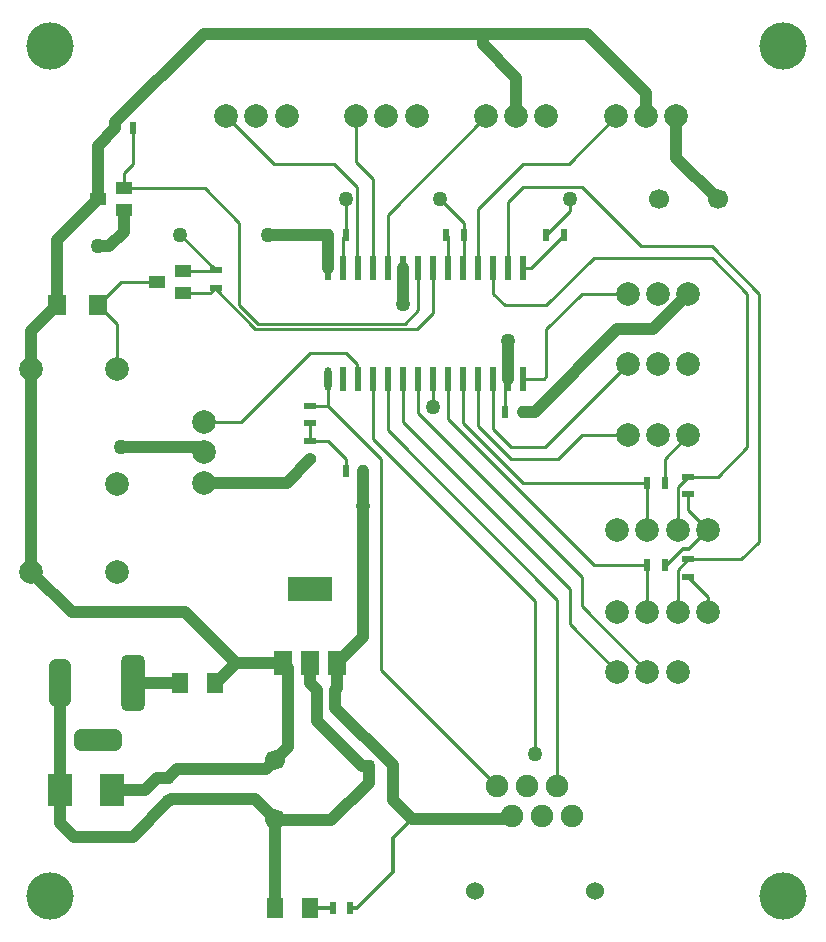
<source format=gtl>
%FSLAX44Y44*%
%MOMM*%
G71*
G01*
G75*
G04 Layer_Physical_Order=1*
G04 Layer_Color=255*
%ADD10R,0.6000X1.0000*%
%ADD11R,1.4500X1.8000*%
%ADD12R,2.1590X2.7430*%
%ADD13R,1.5200X1.6800*%
%ADD14R,1.4000X1.0000*%
%ADD15R,0.6000X2.0000*%
%ADD16O,0.6000X2.0000*%
%ADD17R,1.0000X0.6000*%
%ADD18R,1.5000X2.0000*%
%ADD19C,0.2580*%
%ADD20C,1.0000*%
%ADD21C,0.3000*%
%ADD22R,3.8000X2.0000*%
%ADD23C,1.9000*%
%ADD24C,1.5240*%
%ADD25C,2.0000*%
G04:AMPARAMS|DCode=26|XSize=4.8mm|YSize=2mm|CornerRadius=0.5mm|HoleSize=0mm|Usage=FLASHONLY|Rotation=270.000|XOffset=0mm|YOffset=0mm|HoleType=Round|Shape=RoundedRectangle|*
%AMROUNDEDRECTD26*
21,1,4.8000,1.0000,0,0,270.0*
21,1,3.8000,2.0000,0,0,270.0*
1,1,1.0000,-0.5000,-1.9000*
1,1,1.0000,-0.5000,1.9000*
1,1,1.0000,0.5000,1.9000*
1,1,1.0000,0.5000,-1.9000*
%
%ADD26ROUNDEDRECTD26*%
G04:AMPARAMS|DCode=27|XSize=4mm|YSize=1.8mm|CornerRadius=0.45mm|HoleSize=0mm|Usage=FLASHONLY|Rotation=270.000|XOffset=0mm|YOffset=0mm|HoleType=Round|Shape=RoundedRectangle|*
%AMROUNDEDRECTD27*
21,1,4.0000,0.9000,0,0,270.0*
21,1,3.1000,1.8000,0,0,270.0*
1,1,0.9000,-0.4500,-1.5500*
1,1,0.9000,-0.4500,1.5500*
1,1,0.9000,0.4500,1.5500*
1,1,0.9000,0.4500,-1.5500*
%
%ADD27ROUNDEDRECTD27*%
G04:AMPARAMS|DCode=28|XSize=4mm|YSize=1.8mm|CornerRadius=0.45mm|HoleSize=0mm|Usage=FLASHONLY|Rotation=0.000|XOffset=0mm|YOffset=0mm|HoleType=Round|Shape=RoundedRectangle|*
%AMROUNDEDRECTD28*
21,1,4.0000,0.9000,0,0,0.0*
21,1,3.1000,1.8000,0,0,0.0*
1,1,0.9000,1.5500,-0.4500*
1,1,0.9000,-1.5500,-0.4500*
1,1,0.9000,-1.5500,0.4500*
1,1,0.9000,1.5500,0.4500*
%
%ADD28ROUNDEDRECTD28*%
%ADD29C,4.0000*%
%ADD30C,1.7000*%
%ADD31C,1.1000*%
%ADD32C,1.2700*%
D10*
X291000Y224000D02*
D03*
X276000D02*
D03*
X105000Y700000D02*
D03*
X120000Y700000D02*
D03*
X555000Y400000D02*
D03*
X570000Y400000D02*
D03*
X435000Y460000D02*
D03*
X450000D02*
D03*
X315000Y410000D02*
D03*
X300000D02*
D03*
X555000Y330000D02*
D03*
X570000Y330000D02*
D03*
X485000Y610000D02*
D03*
X470000D02*
D03*
X285000Y610000D02*
D03*
X300000Y610000D02*
D03*
X385000Y610000D02*
D03*
X400000Y610000D02*
D03*
X304000Y40000D02*
D03*
X289000D02*
D03*
D11*
X240500D02*
D03*
X270000D02*
D03*
X189500Y230000D02*
D03*
X160000D02*
D03*
D12*
X57900Y140000D02*
D03*
X102100D02*
D03*
D13*
X90000Y550000D02*
D03*
X55500D02*
D03*
D14*
X112000Y630500D02*
D03*
X90000Y640000D02*
D03*
X112000Y649500D02*
D03*
X162000Y560500D02*
D03*
X140000Y570000D02*
D03*
X162000Y579500D02*
D03*
D15*
X412000Y582000D02*
D03*
X399300D02*
D03*
X386600D02*
D03*
X373900D02*
D03*
X361200D02*
D03*
X348500D02*
D03*
X323100D02*
D03*
X335800D02*
D03*
X310400D02*
D03*
X297700D02*
D03*
X285000D02*
D03*
X424700D02*
D03*
X437400D02*
D03*
X450100D02*
D03*
Y488000D02*
D03*
X437400D02*
D03*
X424700D02*
D03*
X297700D02*
D03*
X310400D02*
D03*
X335800D02*
D03*
X323100D02*
D03*
X348500D02*
D03*
X361200D02*
D03*
X373900D02*
D03*
X386600D02*
D03*
X399300D02*
D03*
X412000D02*
D03*
D16*
X285000D02*
D03*
D17*
X590000Y405000D02*
D03*
X590000Y390000D02*
D03*
X270000Y435000D02*
D03*
X270000Y420000D02*
D03*
X590000Y335000D02*
D03*
Y320000D02*
D03*
X270000Y465000D02*
D03*
X270000Y450000D02*
D03*
X190000Y565000D02*
D03*
X190000Y580000D02*
D03*
D18*
X270000Y247000D02*
D03*
X293000D02*
D03*
X247000D02*
D03*
D19*
X479050Y143250D02*
Y300950D01*
X469000Y430000D02*
X539000Y500000D01*
X440000Y430000D02*
X469000D01*
X640000Y430000D02*
Y560000D01*
X615000Y405000D02*
X640000Y430000D01*
X590000Y405000D02*
X615000D01*
X610000Y590000D02*
X640000Y560000D01*
X650000Y350000D02*
Y560000D01*
X635000Y335000D02*
X650000Y350000D01*
X590000Y335000D02*
X635000D01*
X610000Y600000D02*
X650000Y560000D01*
X361200Y545780D02*
Y582000D01*
X350000Y534580D02*
X361200Y545780D01*
X225420Y534580D02*
X350000D01*
X210000Y550000D02*
X225420Y534580D01*
X210000Y550000D02*
Y620000D01*
X190000Y563523D02*
X223523Y530000D01*
X360000D01*
X190000Y563523D02*
Y565000D01*
X300000Y510000D02*
X310000Y500000D01*
X270000Y510000D02*
X300000D01*
X211000Y451000D02*
X270000Y510000D01*
X180000Y451000D02*
X211000D01*
X360000Y530000D02*
X373900Y543900D01*
X310000Y488400D02*
Y500000D01*
X335800Y582000D02*
Y626800D01*
X419000Y710000D01*
X300000Y410000D02*
Y420000D01*
X450000Y650000D02*
X500000D01*
X550000Y600000D01*
X610000D01*
X489000Y670000D02*
X529000Y710000D01*
X450000Y670000D02*
X489000D01*
X412000Y632000D02*
X450000Y670000D01*
X412000Y582000D02*
Y632000D01*
X309000Y671000D02*
X323100Y656900D01*
X309000Y671000D02*
Y710000D01*
X290000Y670000D02*
X310000Y650000D01*
X239000Y670000D02*
X290000D01*
X199000Y710000D02*
X239000Y670000D01*
X373900Y463900D02*
Y488000D01*
X120000Y670000D02*
Y700000D01*
X112000Y662000D02*
X120000Y670000D01*
X112000Y649500D02*
Y662000D01*
Y649500D02*
X180500D01*
X500000Y440000D02*
X539000D01*
X480000Y420000D02*
X500000Y440000D01*
X440000Y420000D02*
X480000D01*
X412000Y448000D02*
X440000Y420000D01*
X450000Y400000D02*
X555000D01*
X399300Y450700D02*
X450000Y400000D01*
X399300Y450700D02*
Y488000D01*
X412000Y448000D02*
Y488000D01*
X424700Y445300D02*
X440000Y430000D01*
X424700Y445300D02*
Y488000D01*
X490000Y280000D02*
Y310000D01*
X348500Y451500D02*
X490000Y310000D01*
X348500Y451500D02*
Y488000D01*
X335800Y444200D02*
X479050Y300950D01*
X460000Y170000D02*
Y300000D01*
X323100Y436900D02*
X460000Y300000D01*
X500000Y295500D02*
X555500Y240000D01*
X500000Y295500D02*
Y320000D01*
X490000Y280000D02*
X530000Y240000D01*
X335800Y444200D02*
Y488000D01*
X323100Y436900D02*
Y488000D01*
X330000Y241500D02*
Y420000D01*
X285000Y465000D02*
X330000Y420000D01*
Y241500D02*
X428250Y143250D01*
X285000Y465000D02*
Y488000D01*
Y435000D02*
X300000Y420000D01*
X270000Y435000D02*
X285000D01*
X270000Y435000D02*
Y450000D01*
X270000Y465000D02*
X285000D01*
X470000Y550000D02*
X510000Y590000D01*
X434700Y550000D02*
X470000D01*
X424700Y560000D02*
X434700Y550000D01*
X424700Y560000D02*
Y582000D01*
X510000Y590000D02*
X610000D01*
X437400Y637400D02*
X450000Y650000D01*
X323100Y582000D02*
Y656900D01*
X300000Y610000D02*
Y640000D01*
X373900Y543900D02*
Y582000D01*
X361200Y458800D02*
X500000Y320000D01*
X361200Y458800D02*
Y488000D01*
X180500Y649500D02*
X210000Y620000D01*
X435000Y485600D02*
X437400Y488000D01*
X435000Y460000D02*
Y485600D01*
X285000Y610000D02*
X285000Y610000D01*
X185500Y560500D02*
X190000Y565000D01*
X162000Y560500D02*
X185500D01*
X437400Y582000D02*
Y637400D01*
X470000Y610000D02*
X490000Y630000D01*
Y640000D01*
X457000Y582000D02*
X485000Y610000D01*
X450100Y582000D02*
X457000D01*
X386600Y453400D02*
Y488000D01*
Y453400D02*
X510000Y330000D01*
X555000D01*
Y290500D02*
X555500Y290000D01*
X555000Y290500D02*
Y330000D01*
X581000Y326000D02*
X590000Y335000D01*
X581000Y290000D02*
Y326000D01*
X590000Y320000D02*
X606500Y303500D01*
Y290000D02*
Y303500D01*
X555000Y400000D02*
X555500Y399500D01*
Y360000D02*
Y399500D01*
X423710Y582000D02*
X424700D01*
X570000Y420000D02*
X590000Y440000D01*
X570000Y400000D02*
Y420000D01*
X581000Y396000D02*
X590000Y405000D01*
X581000Y360000D02*
Y396000D01*
X590000Y376500D02*
X606500Y360000D01*
X590000Y376500D02*
Y390000D01*
X385000Y610000D02*
X386600Y608400D01*
Y582000D02*
Y608400D01*
X450100Y488000D02*
X468000D01*
X470000Y490000D01*
Y530000D01*
X500000Y560000D01*
X539000D01*
X310000Y582400D02*
Y650000D01*
X160000Y610000D02*
X190000Y580000D01*
X189500Y579500D02*
X190000Y580000D01*
X162000Y579500D02*
X189500D01*
X110000Y570000D02*
X140000D01*
X90000Y550000D02*
X110000Y570000D01*
X90000Y550000D02*
X106000Y534000D01*
Y496000D02*
Y534000D01*
X399300Y582000D02*
X400000Y582700D01*
Y610000D01*
X297700Y607700D02*
X300000Y610000D01*
X297700Y582000D02*
Y607700D01*
X380000Y640000D02*
X400000Y620000D01*
Y610000D02*
Y620000D01*
D20*
X180500Y425500D02*
X183000Y423000D01*
X180000Y425500D02*
X180500D01*
X175500Y430000D02*
X180000Y425500D01*
X110000Y430000D02*
X175500D01*
X416000Y780000D02*
X504000D01*
X180000D02*
X416000D01*
Y771000D02*
Y780000D01*
Y771000D02*
X444500Y742500D01*
Y710000D02*
Y742500D01*
X554500Y710000D02*
Y729500D01*
X504000Y780000D02*
X554500Y729500D01*
X356000Y115000D02*
X438100D01*
X340000Y131000D02*
X356000Y115000D01*
X340000Y131000D02*
Y160000D01*
X291000Y224000D02*
X293000Y226000D01*
Y247000D01*
X314000Y160000D02*
X320000D01*
X270000Y230000D02*
X276000Y224000D01*
X270000Y230000D02*
Y247000D01*
X120000Y100000D02*
X150000Y130000D01*
X70000Y100000D02*
X120000D01*
X57900Y112100D02*
X70000Y100000D01*
X140000Y150000D02*
X150000D01*
X130000Y140000D02*
X140000Y150000D01*
X102100Y140000D02*
X130000D01*
X348500Y551500D02*
Y582000D01*
X437400Y488000D02*
Y520000D01*
X234500Y610000D02*
X285000D01*
X315000Y380000D02*
Y410000D01*
Y269000D02*
Y380000D01*
X105000Y705000D02*
X180000Y780000D01*
X90000Y600000D02*
X100000D01*
X112000Y612000D01*
Y630500D01*
X55500Y605500D02*
X90000Y640000D01*
X55500Y550000D02*
Y605500D01*
X105000Y700000D02*
Y705000D01*
X90000Y685000D02*
X105000Y700000D01*
X90000Y640000D02*
Y685000D01*
X250000Y400000D02*
X270000Y420000D01*
X180000Y400000D02*
X250000D01*
X57900Y112100D02*
Y140000D01*
X560000Y530000D02*
X590000Y560000D01*
X530000Y530000D02*
X560000D01*
X460000Y460000D02*
X530000Y530000D01*
X450000Y460000D02*
X460000D01*
X285000Y582000D02*
Y610000D01*
X240000Y40500D02*
X240500Y40000D01*
X57900Y140000D02*
X58000Y140100D01*
Y230000D01*
X293000Y247000D02*
X315000Y269000D01*
X150000Y150000D02*
X157500Y157500D01*
X34000Y528500D02*
X55500Y550000D01*
X34000Y496000D02*
Y528500D01*
Y324000D02*
Y496000D01*
Y324000D02*
X68000Y290000D01*
X164000D01*
X207000Y247000D01*
X247000D01*
X190000Y230000D02*
X207000Y247000D01*
X189500Y230000D02*
X190000D01*
X120000D02*
X160000D01*
X340000Y160000D02*
Y160506D01*
X291000Y209506D02*
Y224000D01*
Y209506D02*
X340000Y160506D01*
X276000Y198000D02*
Y224000D01*
Y198000D02*
X314000Y160000D01*
X240000Y165000D02*
X251000Y176000D01*
Y243000D01*
X247000Y247000D02*
X251000Y243000D01*
X320000Y146000D02*
Y160000D01*
X288000Y114000D02*
X320000Y146000D01*
X241000Y114000D02*
X288000D01*
X240000Y40500D02*
Y115000D01*
X223000Y132000D02*
X240000Y115000D01*
X152000Y132000D02*
X223000D01*
X157500Y157500D02*
X232500D01*
X240000Y165000D01*
X580000Y675000D02*
Y710000D01*
Y675000D02*
X615000Y640000D01*
D21*
X590500Y344000D02*
X606500Y360000D01*
X586000Y344000D02*
X590500D01*
X572000Y330000D02*
X586000Y344000D01*
X570000Y330000D02*
X572000D01*
X310000Y40000D02*
X340000Y70000D01*
X304000Y40000D02*
X310000D01*
X270000D02*
X289000D01*
X340000Y70000D02*
Y99000D01*
X356000Y115000D01*
D22*
X270000Y310000D02*
D03*
D23*
X479050Y143250D02*
D03*
X453650D02*
D03*
X466350Y117850D02*
D03*
X491750D02*
D03*
X440950D02*
D03*
X428250Y143250D02*
D03*
D24*
X409200Y54350D02*
D03*
X510800D02*
D03*
D25*
X180000Y451000D02*
D03*
Y425500D02*
D03*
Y400000D02*
D03*
X199000Y710000D02*
D03*
X224500D02*
D03*
X250000D02*
D03*
X309000D02*
D03*
X334500D02*
D03*
X360000D02*
D03*
X470000D02*
D03*
X444500D02*
D03*
X419000D02*
D03*
X580000D02*
D03*
X554500D02*
D03*
X529000D02*
D03*
X106000Y324000D02*
D03*
Y496000D02*
D03*
X34000D02*
D03*
Y324000D02*
D03*
X106000Y399000D02*
D03*
X590000Y560000D02*
D03*
X564500D02*
D03*
X539000D02*
D03*
X590000Y500000D02*
D03*
X564500D02*
D03*
X539000D02*
D03*
X590000Y440000D02*
D03*
X564500D02*
D03*
X539000D02*
D03*
X581000Y360000D02*
D03*
X606500Y360000D02*
D03*
X555500Y360000D02*
D03*
X530000D02*
D03*
X581000Y290000D02*
D03*
X606500Y290000D02*
D03*
X555500Y290000D02*
D03*
X530000D02*
D03*
X555500Y240000D02*
D03*
X530000D02*
D03*
X581000D02*
D03*
D26*
X120000Y230000D02*
D03*
D27*
X58000D02*
D03*
D28*
X90000Y182000D02*
D03*
D29*
X670000Y770000D02*
D03*
Y50000D02*
D03*
X50000D02*
D03*
Y770000D02*
D03*
D30*
X565000Y640000D02*
D03*
X615000D02*
D03*
X240000Y115000D02*
D03*
Y165000D02*
D03*
D31*
X150000Y130000D02*
D03*
Y150000D02*
D03*
X340000Y160000D02*
D03*
X320000D02*
D03*
D32*
X348500Y551500D02*
D03*
X437400Y520000D02*
D03*
X234500Y610000D02*
D03*
X315000Y380000D02*
D03*
X373900Y463900D02*
D03*
X110000Y430000D02*
D03*
X90000Y600000D02*
D03*
X460000Y170000D02*
D03*
X300000Y640000D02*
D03*
X490000D02*
D03*
X380000D02*
D03*
X160000Y610000D02*
D03*
M02*

</source>
